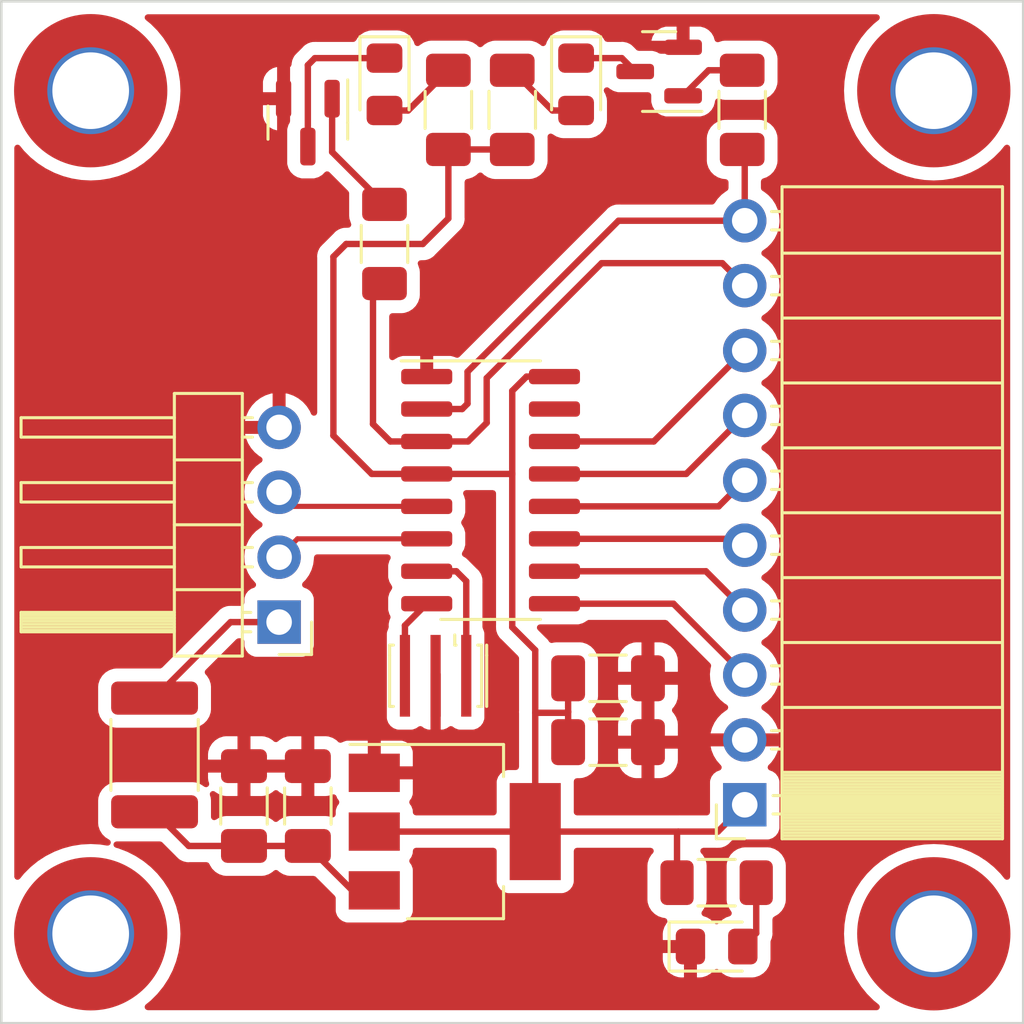
<source format=kicad_pcb>
(kicad_pcb (version 20211014) (generator pcbnew)
  (layers (0 "F.Cu" signal) (31 "B.Cu" signal) (34 "B.Paste" user) (35 "F.Paste" user) (36 "B.SilkS" user "B.Silkscreen") (37 "F.SilkS" user "F.Silkscreen") (38 "B.Mask" user) (39 "F.Mask" user) (44 "Edge.Cuts" user))
  (net 0 "")
  (net 1 "vUSB")
  (net 2 "GND")
  (net 3 "Net-(D1-Pad2)")
  (net 4 "Data+")
  (net 5 "Data-")
  (net 6 "/tx")
  (net 7 "/rx")
  (net 8 "/rts")
  (net 9 "/dtr")
  (net 10 "/dcd")
  (net 11 "/ri")
  (net 12 "/dsr")
  (net 13 "/cts")
  (net 14 "Net-(D2-Pad2)")
  (net 15 "Net-(D3-Pad1)")
  (net 16 "Net-(D3-Pad2)")
  (net 17 "Net-(D2-Pad1)")
  (net 18 "Net-(F1-Pad1)")
  (net 19 "Net-(Q1-Pad1)")
  (net 20 "Net-(Q2-Pad1)")
  (net 21 "3v3")
  (net 22 "Net-(U2-Pad7)")
  (net 23 "Net-(U2-Pad8)")
  (footprint "MountingHole:MountingHole_3mm_Pad_TopOnly" (layer "F.Cu") (at 111.5 86.5)
    (fp_text reference "H3" hide)
    (fp_text value "MountingHole" hide)
    (pad "1" connect circle (at 0 0) (size 6 6) (layers "F.Cu" "F.Mask"))
    (pad "1" thru_hole circle (at 0 0) (size 3.4 3.4) (drill 3) (layers *.Cu *.Mask))
  )
  (footprint "Package_SO:SOP-16_3.9x9.9mm_P1.27mm" (layer "F.Cu") (at 94.152458 69.13522)
    (fp_text reference "U2" hide)
    (fp_text value "CH340G" hide)
    (fp_line (start 0 5.06) (end -1.95 5.06) (layer "F.SilkS") (width 0.12))
    (fp_line (start 0 -5.06) (end 1.95 -5.06) (layer "F.SilkS") (width 0.12))
    (fp_line (start 0 5.06) (end 1.95 5.06) (layer "F.SilkS") (width 0.12))
    (fp_line (start 0 -5.06) (end -3.5 -5.06) (layer "F.SilkS") (width 0.12))
    (pad "1" smd roundrect (at -2.5 -4.445) (size 2 0.6) (layers "F.Cu" "F.Paste" "F.Mask") (net 2 "GND"))
    (pad "2" smd roundrect (at -2.5 -3.175) (size 2 0.6) (layers "F.Cu" "F.Paste" "F.Mask") (net 6 "/tx"))
    (pad "3" smd roundrect (at -2.5 -1.905) (size 2 0.6) (layers "F.Cu" "F.Paste" "F.Mask") (net 7 "/rx"))
    (pad "4" smd roundrect (at -2.5 -0.635) (size 2 0.6) (layers "F.Cu" "F.Paste" "F.Mask") (net 21 "3v3"))
    (pad "5" smd roundrect (at -2.5 0.635) (size 2 0.6) (layers "F.Cu" "F.Paste" "F.Mask") (net 4 "Data+"))
    (pad "6" smd roundrect (at -2.5 1.905) (size 2 0.6) (layers "F.Cu" "F.Paste" "F.Mask") (net 5 "Data-"))
    (pad "7" smd roundrect (at -2.5 3.175) (size 2 0.6) (layers "F.Cu" "F.Paste" "F.Mask") (net 22 "Net-(U2-Pad7)"))
    (pad "8" smd roundrect (at -2.5 4.445) (size 2 0.6) (layers "F.Cu" "F.Paste" "F.Mask") (net 23 "Net-(U2-Pad8)"))
    (pad "9" smd roundrect (at 2.5 4.445) (size 2 0.6) (layers "F.Cu" "F.Paste" "F.Mask") (net 13 "/cts"))
    (pad "10" smd roundrect (at 2.5 3.175) (size 2 0.6) (layers "F.Cu" "F.Paste" "F.Mask") (net 12 "/dsr"))
    (pad "11" smd roundrect (at 2.5 1.905) (size 2 0.6) (layers "F.Cu" "F.Paste" "F.Mask") (net 11 "/ri"))
    (pad "12" smd roundrect (at 2.5 0.635) (size 2 0.6) (layers "F.Cu" "F.Paste" "F.Mask") (net 10 "/dcd"))
    (pad "13" smd roundrect (at 2.5 -0.635) (size 2 0.6) (layers "F.Cu" "F.Paste" "F.Mask") (net 9 "/dtr"))
    (pad "14" smd roundrect (at 2.5 -1.905) (size 2 0.6) (layers "F.Cu" "F.Paste" "F.Mask") (net 8 "/rts"))
    (pad "15" smd roundrect (at 2.5 -3.175) (size 2 0.6) (layers "F.Cu" "F.Paste" "F.Mask"))
    (pad "16" smd roundrect (at 2.5 -4.445) (size 2 0.6) (layers "F.Cu" "F.Paste" "F.Mask") (net 21 "3v3"))
  )
  (footprint "Capacitor_SMD:C_1206_3216Metric_Pad1.33x1.80mm_HandSolder" (layer "F.Cu") (at 87 81.5 90)
    (fp_text reference "C2" hide)
    (fp_text value "10u" hide)
    (fp_line (start -0.711252 -0.91) (end 0.711252 -0.91) (layer "F.SilkS") (width 0.12))
    (fp_line (start -0.711252 0.91) (end 0.711252 0.91) (layer "F.SilkS") (width 0.12))
    (pad "1" smd roundrect (at -1.5625 0 90) (size 1.325 1.8) (layers "F.Cu" "F.Paste" "F.Mask") (roundrect_rratio 0.1886792453) (net 1 "vUSB"))
    (pad "2" smd roundrect (at 1.5625 0 90) (size 1.325 1.8) (layers "F.Cu" "F.Paste" "F.Mask") (roundrect_rratio 0.1886792453) (net 2 "GND"))
  )
  (footprint "Resistor_SMD:R_1206_3216Metric_Pad1.30x1.75mm_HandSolder" (layer "F.Cu") (at 90 59.5 90)
    (fp_text reference "R5" hide)
    (fp_text value "R" hide)
    (fp_line (start -0.727064 0.91) (end 0.727064 0.91) (layer "F.SilkS") (width 0.12))
    (fp_line (start -0.727064 -0.91) (end 0.727064 -0.91) (layer "F.SilkS") (width 0.12))
    (pad "1" smd roundrect (at -1.55 0 90) (size 1.3 1.75) (layers "F.Cu" "F.Paste" "F.Mask") (roundrect_rratio 0.1923076923) (net 7 "/rx"))
    (pad "2" smd roundrect (at 1.55 0 90) (size 1.3 1.75) (layers "F.Cu" "F.Paste" "F.Mask") (roundrect_rratio 0.1923076923) (net 20 "Net-(Q2-Pad1)"))
  )
  (footprint "MountingHole:MountingHole_3mm_Pad_TopOnly" (layer "F.Cu") (at 111.5 53.5)
    (fp_text reference "H4" hide)
    (fp_text value "MountingHole" hide)
    (pad "1" thru_hole circle (at 0 0) (size 3.4 3.4) (drill 3) (layers *.Cu *.Mask))
    (pad "1" connect circle (at 0 0) (size 6 6) (layers "F.Cu" "F.Mask"))
  )
  (footprint "Resistor_SMD:R_1206_3216Metric_Pad1.30x1.75mm_HandSolder" (layer "F.Cu") (at 95 54.25 -90)
    (fp_text reference "R2" hide)
    (fp_text value "R" hide)
    (fp_line (start -0.727064 0.91) (end 0.727064 0.91) (layer "F.SilkS") (width 0.12))
    (fp_line (start -0.727064 -0.91) (end 0.727064 -0.91) (layer "F.SilkS") (width 0.12))
    (pad "1" smd roundrect (at -1.55 0 270) (size 1.3 1.75) (layers "F.Cu" "F.Paste" "F.Mask") (roundrect_rratio 0.1923076923) (net 14 "Net-(D2-Pad2)"))
    (pad "2" smd roundrect (at 1.55 0 270) (size 1.3 1.75) (layers "F.Cu" "F.Paste" "F.Mask") (roundrect_rratio 0.1923076923) (net 21 "3v3"))
  )
  (footprint "Connector_PinHeader_2.54mm:PinHeader_1x04_P2.54mm_Horizontal" (layer "F.Cu") (at 85.875 74.3 180)
    (fp_text reference "J1" hide)
    (fp_text value "USB")
    (fp_line (start 1.042929 8) (end 1.44 8) (layer "F.SilkS") (width 0.12))
    (fp_line (start -1.27 0) (end -1.27 -1.27) (layer "F.SilkS") (width 0.12))
    (fp_line (start 4.1 2.16) (end 10.1 2.16) (layer "F.SilkS") (width 0.12))
    (fp_line (start 4.1 0.16) (end 10.1 0.16) (layer "F.SilkS") (width 0.12))
    (fp_line (start 1.042929 5.46) (end 1.44 5.46) (layer "F.SilkS") (width 0.12))
    (fp_line (start 10.1 0.38) (end 4.1 0.38) (layer "F.SilkS") (width 0.12))
    (fp_line (start 10.1 -0.38) (end 10.1 0.38) (layer "F.SilkS") (width 0.12))
    (fp_line (start 10.1 2.92) (end 4.1 2.92) (layer "F.SilkS") (width 0.12))
    (fp_line (start 1.44 8.95) (end 4.1 8.95) (layer "F.SilkS") (width 0.12))
    (fp_line (start 1.44 3.81) (end 4.1 3.81) (layer "F.SilkS") (width 0.12))
    (fp_line (start 4.1 -1.33) (end 1.44 -1.33) (layer "F.SilkS") (width 0.12))
    (fp_line (start 4.1 -0.38) (end 10.1 -0.38) (layer "F.SilkS") (width 0.12))
    (fp_line (start 4.1 -0.32) (end 10.1 -0.32) (layer "F.SilkS") (width 0.12))
    (fp_line (start 10.1 5.46) (end 4.1 5.46) (layer "F.SilkS") (width 0.12))
    (fp_line (start 10.1 8) (end 4.1 8) (layer "F.SilkS") (width 0.12))
    (fp_line (start 1.042929 4.7) (end 1.44 4.7) (layer "F.SilkS") (width 0.12))
    (fp_line (start 10.1 2.16) (end 10.1 2.92) (layer "F.SilkS") (width 0.12))
    (fp_line (start 4.1 7.24) (end 10.1 7.24) (layer "F.SilkS") (width 0.12))
    (fp_line (start 1.44 -1.33) (end 1.44 8.95) (layer "F.SilkS") (width 0.12))
    (fp_line (start 1.11 0.38) (end 1.44 0.38) (layer "F.SilkS") (width 0.12))
    (fp_line (start 1.11 -0.38) (end 1.44 -0.38) (layer "F.SilkS") (width 0.12))
    (fp_line (start 1.44 6.35) (end 4.1 6.35) (layer "F.SilkS") (width 0.12))
    (fp_line (start -1.27 -1.27) (end 0 -1.27) (layer "F.SilkS") (width 0.12))
    (fp_line (start 1.042929 2.92) (end 1.44 2.92) (layer "F.SilkS") (width 0.12))
    (fp_line (start 4.1 0.28) (end 10.1 0.28) (layer "F.SilkS") (width 0.12))
    (fp_line (start 4.1 8.95) (end 4.1 -1.33) (layer "F.SilkS") (width 0.12))
    (fp_line (start 1.44 1.27) (end 4.1 1.27) (layer "F.SilkS") (width 0.12))
    (fp_line (start 1.042929 2.16) (end 1.44 2.16) (layer "F.SilkS") (width 0.12))
    (fp_line (start 4.1 0.04) (end 10.1 0.04) (layer "F.SilkS") (width 0.12))
    (fp_line (start 1.042929 7.24) (end 1.44 7.24) (layer "F.SilkS") (width 0.12))
    (fp_line (start 4.1 4.7) (end 10.1 4.7) (layer "F.SilkS") (width 0.12))
    (fp_line (start 4.1 -0.2) (end 10.1 -0.2) (layer "F.SilkS") (width 0.12))
    (fp_line (start 4.1 -0.08) (end 10.1 -0.08) (layer "F.SilkS") (width 0.12))
    (fp_line (start 10.1 7.24) (end 10.1 8) (layer "F.SilkS") (width 0.12))
    (fp_line (start 10.1 4.7) (end 10.1 5.46) (layer "F.SilkS") (width 0.12))
    (pad "1" thru_hole rect (at 0 0 180) (size 1.7 1.7) (drill 1) (layers *.Cu *.Mask) (net 18 "Net-(F1-Pad1)"))
    (pad "2" thru_hole oval (at 0 2.54 180) (size 1.7 1.7) (drill 1) (layers *.Cu *.Mask) (net 5 "Data-"))
    (pad "3" thru_hole oval (at 0 5.08 180) (size 1.7 1.7) (drill 1) (layers *.Cu *.Mask) (net 4 "Data+"))
    (pad "4" thru_hole oval (at 0 7.62 180) (size 1.7 1.7) (drill 1) (layers *.Cu *.Mask) (net 2 "GND"))
  )
  (footprint "Package_TO_SOT_SMD:SOT-23" (layer "F.Cu") (at 100.75 52.75 180)
    (fp_text reference "Q1" hide)
    (fp_text value "BC847" hide)
    (fp_line (start 0 1.56) (end -0.65 1.56) (layer "F.SilkS") (width 0.12))
    (fp_line (start 0 1.56) (end 0.65 1.56) (layer "F.SilkS") (width 0.12))
    (fp_line (start 0 -1.56) (end -1.675 -1.56) (layer "F.SilkS") (width 0.12))
    (fp_line (start 0 -1.56) (end 0.65 -1.56) (layer "F.SilkS") (width 0.12))
    (pad "1" smd roundrect (at -0.9375 -0.95 180) (size 1.475 0.6) (layers "F.Cu" "F.Paste" "F.Mask") (net 19 "Net-(Q1-Pad1)"))
    (pad "2" smd roundrect (at -0.9375 0.95 180) (size 1.475 0.6) (layers "F.Cu" "F.Paste" "F.Mask") (net 2 "GND"))
    (pad "3" smd roundrect (at 0.9375 0 180) (size 1.475 0.6) (layers "F.Cu" "F.Paste" "F.Mask") (net 17 "Net-(D2-Pad1)"))
  )
  (footprint "MountingHole:MountingHole_3mm_Pad_TopOnly" (layer "F.Cu") (at 78.5 86.5)
    (fp_text reference "H2" hide)
    (fp_text value "MountingHole" hide)
    (pad "1" connect circle (at 0 0) (size 6 6) (layers "F.Cu" "F.Mask"))
    (pad "1" thru_hole circle (at 0 0) (size 3.4 3.4) (drill 3) (layers *.Cu *.Mask))
  )
  (footprint "Resistor_SMD:R_1206_3216Metric_Pad1.30x1.75mm_HandSolder" (layer "F.Cu") (at 92.5 54.25 -90)
    (fp_text reference "R4" hide)
    (fp_text value "R" hide)
    (fp_line (start -0.727064 0.91) (end 0.727064 0.91) (layer "F.SilkS") (width 0.12))
    (fp_line (start -0.727064 -0.91) (end 0.727064 -0.91) (layer "F.SilkS") (width 0.12))
    (pad "1" smd roundrect (at -1.55 0 270) (size 1.3 1.75) (layers "F.Cu" "F.Paste" "F.Mask") (roundrect_rratio 0.1923076923) (net 16 "Net-(D3-Pad2)"))
    (pad "2" smd roundrect (at 1.55 0 270) (size 1.3 1.75) (layers "F.Cu" "F.Paste" "F.Mask") (roundrect_rratio 0.1923076923) (net 21 "3v3"))
  )
  (footprint "Resistor_SMD:R_1206_3216Metric_Pad1.30x1.75mm_HandSolder" (layer "F.Cu") (at 104 54.25 90)
    (fp_text reference "R3" hide)
    (fp_text value "R" hide)
    (fp_line (start -0.727064 -0.91) (end 0.727064 -0.91) (layer "F.SilkS") (width 0.12))
    (fp_line (start -0.727064 0.91) (end 0.727064 0.91) (layer "F.SilkS") (width 0.12))
    (pad "1" smd roundrect (at -1.55 0 90) (size 1.3 1.75) (layers "F.Cu" "F.Paste" "F.Mask") (roundrect_rratio 0.1923076923) (net 6 "/tx"))
    (pad "2" smd roundrect (at 1.55 0 90) (size 1.3 1.75) (layers "F.Cu" "F.Paste" "F.Mask") (roundrect_rratio 0.1923076923) (net 19 "Net-(Q1-Pad1)"))
  )
  (footprint "MountingHole:MountingHole_3mm_Pad_TopOnly" (layer "F.Cu") (at 78.5 53.5)
    (fp_text reference "H1" hide)
    (fp_text value "MountingHole" hide)
    (pad "1" thru_hole circle (at 0 0) (size 3.4 3.4) (drill 3) (layers *.Cu *.Mask))
    (pad "1" connect circle (at 0 0) (size 6 6) (layers "F.Cu" "F.Mask"))
  )
  (footprint "Crystal:Resonator_SMD_Murata_CSTxExxV-3Pin_3.0x1.1mm_HandSoldering" (layer "F.Cu") (at 92 76.401215 180)
    (fp_text reference "Y1" hide)
    (fp_text value "12MHz")
    (fp_line (start 1.8 0.8) (end 1.8 1.2) (layer "F.SilkS") (width 0.12))
    (fp_line (start -1.8 0.8) (end -1.8 1.2) (layer "F.SilkS") (width 0.12))
    (fp_line (start -2 0.8) (end -2 1.2) (layer "F.SilkS") (width 0.12))
    (fp_line (start -0.75 1.2) (end -0.8 1.2) (layer "F.SilkS") (width 0.12))
    (fp_line (start -0.75 1.2) (end -0.75 1.6) (layer "F.SilkS") (width 0.12))
    (fp_line (start -2 -1.2) (end -2 0.8) (layer "F.SilkS") (width 0.12))
    (fp_line (start 1.8 -1.2) (end 1.65 -1.2) (layer "F.SilkS") (width 0.12))
    (fp_line (start -1.8 1.2) (end -1.65 1.2) (layer "F.SilkS") (width 0.12))
    (fp_line (start -1.8 -1.2) (end -1.65 -1.2) (layer "F.SilkS") (width 0.12))
    (fp_line (start -1.8 0.8) (end -1.8 -1.2) (layer "F.SilkS") (width 0.12))
    (fp_line (start 1.8 -1.2) (end 1.8 0.8) (layer "F.SilkS") (width 0.12))
    (fp_line (start 1.8 1.2) (end 1.65 1.2) (layer "F.SilkS") (width 0.12))
    (pad "1" smd rect (at -1.2 0 180) (size 0.4 3.2) (layers "F.Cu" "F.Paste" "F.Mask") (net 22 "Net-(U2-Pad7)"))
    (pad "2" smd rect (at 0 0 180) (size 0.4 3.2) (layers "F.Cu" "F.Paste" "F.Mask") (net 2 "GND"))
    (pad "3" smd rect (at 1.2 0 180) (size 0.4 3.2) (layers "F.Cu" "F.Paste" "F.Mask") (net 23 "Net-(U2-Pad8)"))
  )
  (footprint "Resistor_SMD:R_1206_3216Metric_Pad1.30x1.75mm_HandSolder" (layer "F.Cu") (at 103 84.5)
    (fp_text reference "R1" hide)
    (fp_text value "R" hide)
    (fp_line (start -0.727064 -0.91) (end 0.727064 -0.91) (layer "F.SilkS") (width 0.12))
    (fp_line (start -0.727064 0.91) (end 0.727064 0.91) (layer "F.SilkS") (width 0.12))
    (pad "1" smd roundrect (at -1.55 0) (size 1.3 1.75) (layers "F.Cu" "F.Paste" "F.Mask") (roundrect_rratio 0.1923076923) (net 21 "3v3"))
    (pad "2" smd roundrect (at 1.55 0) (size 1.3 1.75) (layers "F.Cu" "F.Paste" "F.Mask") (roundrect_rratio 0.1923076923) (net 3 "Net-(D1-Pad2)"))
  )
  (footprint "LED_SMD:LED_0805_2012Metric_Pad1.15x1.40mm_HandSolder" (layer "F.Cu") (at 97.5 53.25 -90)
    (fp_text reference "D2" hide)
    (fp_text value "LED" hide)
    (fp_line (start -1.86 0.96) (end 1 0.96) (layer "F.SilkS") (width 0.12))
    (fp_line (start 1 -0.96) (end -1.86 -0.96) (layer "F.SilkS") (width 0.12))
    (fp_line (start -1.86 -0.96) (end -1.86 0.96) (layer "F.SilkS") (width 0.12))
    (pad "1" smd roundrect (at -1.025 0 270) (size 1.15 1.4) (layers "F.Cu" "F.Paste" "F.Mask") (roundrect_rratio 0.2173913043) (net 17 "Net-(D2-Pad1)"))
    (pad "2" smd roundrect (at 1.025 0 270) (size 1.15 1.4) (layers "F.Cu" "F.Paste" "F.Mask") (roundrect_rratio 0.2173913043) (net 14 "Net-(D2-Pad2)"))
  )
  (footprint "LED_SMD:LED_0805_2012Metric_Pad1.15x1.40mm_HandSolder" (layer "F.Cu") (at 103 87)
    (fp_text reference "D1" hide)
    (fp_text value "LED" hide)
    (fp_line (start -1.86 -0.96) (end -1.86 0.96) (layer "F.SilkS") (width 0.12))
    (fp_line (start 1 -0.96) (end -1.86 -0.96) (layer "F.SilkS") (width 0.12))
    (fp_line (start -1.86 0.96) (end 1 0.96) (layer "F.SilkS") (width 0.12))
    (pad "1" smd roundrect (at -1.025 0) (size 1.15 1.4) (layers "F.Cu" "F.Paste" "F.Mask") (roundrect_rratio 0.2173913043) (net 2 "GND"))
    (pad "2" smd roundrect (at 1.025 0) (size 1.15 1.4) (layers "F.Cu" "F.Paste" "F.Mask") (roundrect_rratio 0.2173913043) (net 3 "Net-(D1-Pad2)"))
  )
  (footprint "Capacitor_SMD:C_1206_3216Metric_Pad1.33x1.80mm_HandSolder" (layer "F.Cu") (at 98.75 79)
    (fp_text reference "C4" hide)
    (fp_text value "10u" hide)
    (fp_line (start -0.711252 -0.91) (end 0.711252 -0.91) (layer "F.SilkS") (width 0.12))
    (fp_line (start -0.711252 0.91) (end 0.711252 0.91) (layer "F.SilkS") (width 0.12))
    (pad "1" smd roundrect (at -1.5625 0) (size 1.325 1.8) (layers "F.Cu" "F.Paste" "F.Mask") (roundrect_rratio 0.1886792453) (net 21 "3v3"))
    (pad "2" smd roundrect (at 1.5625 0) (size 1.325 1.8) (layers "F.Cu" "F.Paste" "F.Mask") (roundrect_rratio 0.1886792453) (net 2 "GND"))
  )
  (footprint "Package_TO_SOT_SMD:SOT-23" (layer "F.Cu") (at 87 54.75 -90)
    (fp_text reference "Q2" hide)
    (fp_text value "BC847" hide)
    (fp_line (start 0 -1.56) (end -1.675 -1.56) (layer "F.SilkS") (width 0.12))
    (fp_line (start 0 -1.56) (end 0.65 -1.56) (layer "F.SilkS") (width 0.12))
    (fp_line (start 0 1.56) (end 0.65 1.56) (layer "F.SilkS") (width 0.12))
    (fp_line (start 0 1.56) (end -0.65 1.56) (layer "F.SilkS") (width 0.12))
    (pad "1" smd roundrect (at -0.9375 -0.95 270) (size 1.475 0.6) (layers "F.Cu" "F.Paste" "F.Mask") (net 20 "Net-(Q2-Pad1)"))
    (pad "2" smd roundrect (at -0.9375 0.95 270) (size 1.475 0.6) (layers "F.Cu" "F.Paste" "F.Mask") (net 2 "GND"))
    (pad "3" smd roundrect (at 0.9375 0 270) (size 1.475 0.6) (layers "F.Cu" "F.Paste" "F.Mask") (net 15 "Net-(D3-Pad1)"))
  )
  (footprint "LED_SMD:LED_0805_2012Metric_Pad1.15x1.40mm_HandSolder" (layer "F.Cu") (at 90 53.25 -90)
    (fp_text reference "D3" hide)
    (fp_text value "LED" hide)
    (fp_line (start 1 -0.96) (end -1.86 -0.96) (layer "F.SilkS") (width 0.12))
    (fp_line (start -1.86 -0.96) (end -1.86 0.96) (layer "F.SilkS") (width 0.12))
    (fp_line (start -1.86 0.96) (end 1 0.96) (layer "F.SilkS") (width 0.12))
    (pad "1" smd roundrect (at -1.025 0 270) (size 1.15 1.4) (layers "F.Cu" "F.Paste" "F.Mask") (roundrect_rratio 0.2173913043) (net 15 "Net-(D3-Pad1)"))
    (pad "2" smd roundrect (at 1.025 0 270) (size 1.15 1.4) (layers "F.Cu" "F.Paste" "F.Mask") (roundrect_rratio 0.2173913043) (net 16 "Net-(D3-Pad2)"))
  )
  (footprint "Connector_PinSocket_2.54mm:PinSocket_1x10_P2.54mm_Horizontal" (layer "F.Cu") (at 104.1 81.45 180)
    (fp_text reference "J2" hide)
    (fp_text value "USART out" hide)
    (fp_line (start -10.09 0.561425) (end -1.46 0.561425) (layer "F.SilkS") (width 0.12))
    (fp_line (start -1.46 18.14) (end -1.05 18.14) (layer "F.SilkS") (width 0.12))
    (fp_line (start -10.09 0.797615) (end -1.46 0.797615) (layer "F.SilkS") (width 0.12))
    (fp_line (start -10.09 0.089045) (end -1.46 0.089045) (layer "F.SilkS") (width 0.12))
    (fp_line (start -10.09 0.91571) (end -1.46 0.91571) (layer "F.SilkS") (width 0.12))
    (fp_line (start -10.09 21.59) (end -1.46 21.59) (layer "F.SilkS") (width 0.12))
    (fp_line (start -1.46 -0.36) (end -1.11 -0.36) (layer "F.SilkS") (width 0.12))
    (fp_line (start -1.46 23.22) (end -1.05 23.22) (layer "F.SilkS") (width 0.12))
    (fp_line (start -1.46 2.9) (end -1.05 2.9) (layer "F.SilkS") (width 0.12))
    (fp_line (start -10.09 -0.02905) (end -1.46 -0.02905) (layer "F.SilkS") (width 0.12))
    (fp_line (start -10.09 19.05) (end -1.46 19.05) (layer "F.SilkS") (width 0.12))
    (fp_line (start -10.09 -1.091905) (end -1.46 -1.091905) (layer "F.SilkS") (width 0.12))
    (fp_line (start -10.09 -0.73762) (end -1.46 -0.73762) (layer "F.SilkS") (width 0.12))
    (fp_line (start -1.46 22.5) (end -1.05 22.5) (layer "F.SilkS") (width 0.12))
    (fp_line (start -1.46 14.88) (end -1.05 14.88) (layer "F.SilkS") (width 0.12))
    (fp_line (start -10.09 24.19) (end -1.46 24.19) (layer "F.SilkS") (width 0.12))
    (fp_line (start -10.09 3.81) (end -1.46 3.81) (layer "F.SilkS") (width 0.12))
    (fp_line (start -10.09 0.67952) (end -1.46 0.67952) (layer "F.SilkS") (width 0.12))
    (fp_line (start -1.46 2.18) (end -1.05 2.18) (layer "F.SilkS") (width 0.12))
    (fp_line (start -10.09 8.89) (end -1.46 8.89) (layer "F.SilkS") (width 0.12))
    (fp_line (start -10.09 1.1519) (end -1.46 1.1519) (layer "F.SilkS") (width 0.12))
    (fp_line (start -1.46 15.6) (end -1.05 15.6) (layer "F.SilkS") (width 0.12))
    (fp_line (start -10.09 -0.97381) (end -1.46 -0.97381) (layer "F.SilkS") (width 0.12))
    (fp_line (start -1.46 -1.33) (end -1.46 24.19) (layer "F.SilkS") (width 0.12))
    (fp_line (start -10.09 -0.619525) (end -1.46 -0.619525) (layer "F.SilkS") (width 0.12))
    (fp_line (start -10.09 -0.50143) (end -1.46 -0.50143) (layer "F.SilkS") (width 0.12))
    (fp_line (start 1.11 -1.33) (end 1.11 0) (layer "F.SilkS") (width 0.12))
    (fp_line (start -10.09 1.27) (end -1.46 1.27) (layer "F.SilkS") (width 0.12))
    (fp_line (start -10.09 0.44333) (end -1.46 0.44333) (layer "F.SilkS") (width 0.12))
    (fp_line (start -10.09 -0.147145) (end -1.46 -0.147145) (layer "F.SilkS") (width 0.12))
    (fp_line (start -1.46 7.98) (end -1.05 7.98) (layer "F.SilkS") (width 0.12))
    (fp_line (start -1.46 4.72) (end -1.05 4.72) (layer "F.SilkS") (width 0.12))
    (fp_line (start -1.46 7.26) (end -1.05 7.26) (layer "F.SilkS") (width 0.12))
    (fp_line (start -10.09 11.43) (end -1.46 11.43) (layer "F.SilkS") (width 0.12))
    (fp_line (start -1.46 17.42) (end -1.05 17.42) (layer "F.SilkS") (width 0.12))
    (fp_line (start -1.46 9.8) (end -1.05 9.8) (layer "F.SilkS") (width 0.12))
    (fp_line (start -1.46 0.36) (end -1.11 0.36) (layer "F.SilkS") (width 0.12))
    (fp_line (start -10.09 -1.33) (end -10.09 24.19) (layer "F.SilkS") (width 0.12))
    (fp_line (start -10.09 0.20714) (end -1.46 0.20714) (layer "F.SilkS") (width 0.12))
    (fp_line (start -10.09 16.51) (end -1.46 16.51) (layer "F.SilkS") (width 0.12))
    (fp_line (start -10.09 0.325235) (end -1.46 0.325235) (layer "F.SilkS") (width 0.12))
    (fp_line (start -10.09 13.97) (end -1.46 13.97) (layer "F.SilkS") (width 0.12))
    (fp_line (start -1.46 19.96) (end -1.05 19.96) (layer "F.SilkS") (width 0.12))
    (fp_line (start -1.46 20.68) (end -1.05 20.68) (layer "F.SilkS") (width 0.12))
    (fp_line (start -10.09 6.35) (end -1.46 6.35) (layer "F.SilkS") (width 0.12))
    (fp_line (start -10.09 1.033805) (end -1.46 1.033805) (layer "F.SilkS") (width 0.12))
    (fp_line (start -10.09 -0.383335) (end -1.46 -0.383335) (layer "F.SilkS") (width 0.12))
    (fp_line (start -1.46 13.06) (end -1.05 13.06) (layer "F.SilkS") (width 0.12))
    (fp_line (start -10.09 -1.21) (end -1.46 -1.21) (layer "F.SilkS") (width 0.12))
    (fp_line (start -1.46 5.44) (end -1.05 5.44) (layer "F.SilkS") (width 0.12))
    (fp_line (start -10.09 -1.33) (end -1.46 -1.33) (layer "F.SilkS") (width 0.12))
    (fp_line (start -10.09 -0.26524) (end -1.46 -0.26524) (layer "F.SilkS") (width 0.12))
    (fp_line (start -10.09 -0.855715) (end -1.46 -0.855715) (layer "F.SilkS") (width 0.12))
    (fp_line (start -1.46 12.34) (end -1.05 12.34) (layer "F.SilkS") (width 0.12))
    (fp_line (start 0 -1.33) (end 1.11 -1.33) (layer "F.SilkS") (width 0.12))
    (fp_line (start -1.46 10.52) (end -1.05 10.52) (layer "F.SilkS") (width 0.12))
    (pad "1" thru_hole rect (at 0 0 180) (size 1.7 1.7) (drill 1) (layers *.Cu *.Mask) (net 21 "3v3"))
    (pad "2" thru_hole oval (at 0 2.54 180) (size 1.7 1.7) (drill 1) (layers *.Cu *.Mask) (net 2 "GND"))
    (pad "3" thru_hole oval (at 0 5.08 180) (size 1.7 1.7) (drill 1) (layers *.Cu *.Mask) (net 13 "/cts"))
    (pad "4" thru_hole oval (at 0 7.62 180) (size 1.7 1.7) (drill 1) (layers *.Cu *.Mask) (net 12 "/dsr"))
    (pad "5" thru_hole oval (at 0 10.16 180) (size 1.7 1.7) (drill 1) (layers *.Cu *.Mask) (net 11 "/ri"))
    (pad "6" thru_hole oval (at 0 12.7 180) (size 1.7 1.7) (drill 1) (layers *.Cu *.Mask) (net 10 "/dcd"))
    (pad "7" thru_hole oval (at 0 15.24 180) (size 1.7 1.7) (drill 1) (layers *.Cu *.Mask) (net 9 "/dtr"))
    (pad "8" thru_hole oval (at 0 17.78 180) (size 1.7 1.7) (drill 1) (layers *.Cu *.Mask) (net 8 "/rts"))
    (pad "9" thru_hole oval (at 0 20.32 180) (size 1.7 1.7) (drill 1) (layers *.Cu *.Mask) (net 7 "/rx"))
    (pad "10" thru_hole oval (at 0 22.86 180) (size 1.7 1.7) (drill 1) (layers *.Cu *.Mask) (net 6 "/tx"))
  )
  (footprint "Package_TO_SOT_SMD:SOT-223-3_TabPin2" (layer "F.Cu") (at 92.75 82.5)
    (fp_text reference "U1" hide)
    (fp_text value "AMS1117-3.3" hide)
    (fp_line (start 1.91 3.41) (end 1.91 2.15) (layer "F.SilkS") (width 0.12))
    (fp_line (start -1.85 3.41) (end 1.91 3.41) (layer "F.SilkS") (width 0.12))
    (fp_line (start -4.1 -3.41) (end 1.91 -3.41) (layer "F.SilkS") (width 0.12))
    (fp_line (start 1.91 -3.41) (end 1.91 -2.15) (layer "F.SilkS") (width 0.12))
    (pad "1" smd rect (at -3.15 -2.3) (size 2 1.5) (layers "F.Cu" "F.Paste" "F.Mask") (net 2 "GND"))
    (pad "2" smd rect (at -3.15 0) (size 2 1.5) (layers "F.Cu" "F.Paste" "F.Mask") (net 21 "3v3"))
    (pad "2" smd rect (at 3.15 0) (size 2 3.8) (layers "F.Cu" "F.Paste" "F.Mask") (net 21 "3v3"))
    (pad "3" smd rect (at -3.15 2.3) (size 2 1.5) (layers "F.Cu" "F.Paste" "F.Mask") (net 1 "vUSB"))
  )
  (footprint "Fuse:Fuse_1812_4532Metric_Pad1.30x3.40mm_HandSolder" (layer "F.Cu") (at 81 79.5 -90)
    (fp_text reference "F1" hide)
    (fp_text value "Fuse" hide)
    (fp_line (start -1.386252 -1.71) (end 1.386252 -1.71) (layer "F.SilkS") (width 0.12))
    (fp_line (start -1.386252 1.71) (end 1.386252 1.71) (layer "F.SilkS") (width 0.12))
    (pad "1" smd roundrect (at -2.225 0 270) (size 1.3 3.4) (layers "F.Cu" "F.Paste" "F.Mask") (roundrect_rratio 0.1923076923) (net 18 "Net-(F1-Pad1)"))
    (pad "2" smd roundrect (at 2.225 0 270) (size 1.3 3.4) (layers "F.Cu" "F.Paste" "F.Mask") (roundrect_rratio 0.1923076923) (net 1 "vUSB"))
  )
  (footprint "Capacitor_SMD:C_1206_3216Metric_Pad1.33x1.80mm_HandSolder" (layer "F.Cu") (at 98.75 76.5)
    (fp_text reference "C3" hide)
    (fp_text value "100n" hide)
    (fp_line (start -0.711252 -0.91) (end 0.711252 -0.91) (layer "F.SilkS") (width 0.12))
    (fp_line (start -0.711252 0.91) (end 0.711252 0.91) (layer "F.SilkS") (width 0.12))
    (pad "1" smd roundrect (at -1.5625 0) (size 1.325 1.8) (layers "F.Cu" "F.Paste" "F.Mask") (roundrect_rratio 0.1886792453) (net 21 "3v3"))
    (pad "2" smd roundrect (at 1.5625 0) (size 1.325 1.8) (layers "F.Cu" "F.Paste" "F.Mask") (roundrect_rratio 0.1886792453) (net 2 "GND"))
  )
  (footprint "Capacitor_SMD:C_1206_3216Metric_Pad1.33x1.80mm_HandSolder" (layer "F.Cu") (at 84.5 81.5 90)
    (fp_text reference "C1" hide)
    (fp_text value "100n" hide)
    (fp_line (start -0.711252 -0.91) (end 0.711252 -0.91) (layer "F.SilkS") (width 0.12))
    (fp_line (start -0.711252 0.91) (end 0.711252 0.91) (layer "F.SilkS") (width 0.12))
    (pad "1" smd roundrect (at -1.5625 0 90) (size 1.325 1.8) (layers "F.Cu" "F.Paste" "F.Mask") (roundrect_rratio 0.1886792453) (net 1 "vUSB"))
    (pad "2" smd roundrect (at 1.5625 0 90) (size 1.325 1.8) (layers "F.Cu" "F.Paste" "F.Mask") (roundrect_rratio 0.1886792453) (net 2 "GND"))
  )
  (gr_line (start 75 90) (end 115 90) (layer "Edge.Cuts") (width 0.1))
  (gr_line (start 75 50) (end 115 50) (layer "Edge.Cuts") (width 0.1))
  (gr_line (start 115 50) (end 115 90) (layer "Edge.Cuts") (width 0.1))
  (gr_line (start 75 50) (end 75 90) (layer "Edge.Cuts") (width 0.1))
  (segment (start 81 81.725) (end 82.3375 83.0625) (width 0.25) (layer "F.Cu") (net 1))
  (segment (start 88.7375 84.8) (end 89.6 84.8) (width 0.25) (layer "F.Cu") (net 1))
  (segment (start 87 83.0625) (end 88.7375 84.8) (width 0.25) (layer "F.Cu") (net 1))
  (segment (start 84.5 83.0625) (end 87 83.0625) (width 0.25) (layer "F.Cu") (net 1))
  (segment (start 82.3375 83.0625) (end 84.5 83.0625) (width 0.25) (layer "F.Cu") (net 1))
  (segment (start 104.55 86.475) (end 104.55 84.5) (width 0.25) (layer "F.Cu") (net 3))
  (segment (start 104.025 87) (end 104.55 86.475) (width 0.25) (layer "F.Cu") (net 3))
  (segment (start 86.42522 69.77022) (end 91.652458 69.77022) (width 0.2) (layer "F.Cu") (net 4))
  (segment (start 85.875 69.22) (end 86.42522 69.77022) (width 0.2) (layer "F.Cu") (net 4))
  (segment (start 85.875 71.76) (end 86.59478 71.04022) (width 0.2) (layer "F.Cu") (net 5))
  (segment (start 86.59478 71.04022) (end 91.652458 71.04022) (width 0.2) (layer "F.Cu") (net 5))
  (segment (start 93.25 64.5) (end 99.16 58.59) (width 0.25) (layer "F.Cu") (net 6))
  (segment (start 104.1 58.59) (end 104.1 55.9) (width 0.25) (layer "F.Cu") (net 6))
  (segment (start 104.1 55.9) (end 104 55.8) (width 0.25) (layer "F.Cu") (net 6))
  (segment (start 99.16 58.59) (end 104.1 58.59) (width 0.25) (layer "F.Cu") (net 6))
  (segment (start 93.25 65.75) (end 93.25 64.5) (width 0.25) (layer "F.Cu") (net 6))
  (segment (start 93.03978 65.96022) (end 93.25 65.75) (width 0.25) (layer "F.Cu") (net 6))
  (segment (start 91.652458 65.96022) (end 93.03978 65.96022) (width 0.25) (layer "F.Cu") (net 6))
  (segment (start 91.652458 67.23022) (end 93.26978 67.23022) (width 0.25) (layer "F.Cu") (net 7))
  (segment (start 89.55 66.55) (end 90.23022 67.23022) (width 0.25) (layer "F.Cu") (net 7))
  (segment (start 98.5 60.25) (end 103.22 60.25) (width 0.25) (layer "F.Cu") (net 7))
  (segment (start 94 64.75) (end 98.5 60.25) (width 0.25) (layer "F.Cu") (net 7))
  (segment (start 103.22 60.25) (end 104.1 61.13) (width 0.25) (layer "F.Cu") (net 7))
  (segment (start 90.23022 67.23022) (end 91.652458 67.23022) (width 0.25) (layer "F.Cu") (net 7))
  (segment (start 90 61.05) (end 89.55 61.5) (width 0.25) (layer "F.Cu") (net 7))
  (segment (start 93.26978 67.23022) (end 94 66.5) (width 0.25) (layer "F.Cu") (net 7))
  (segment (start 94 66.5) (end 94 64.75) (width 0.25) (layer "F.Cu") (net 7))
  (segment (start 89.55 61.5) (end 89.55 66.55) (width 0.25) (layer "F.Cu") (net 7))
  (segment (start 96.652458 67.23022) (end 100.53978 67.23022) (width 0.25) (layer "F.Cu") (net 8))
  (segment (start 100.53978 67.23022) (end 104.1 63.67) (width 0.25) (layer "F.Cu") (net 8))
  (segment (start 96.652458 68.50022) (end 101.80978 68.50022) (width 0.25) (layer "F.Cu") (net 9))
  (segment (start 101.80978 68.50022) (end 104.1 66.21) (width 0.25) (layer "F.Cu") (net 9))
  (segment (start 96.652458 69.77022) (end 103.07978 69.77022) (width 0.25) (layer "F.Cu") (net 10))
  (segment (start 103.07978 69.77022) (end 104.1 68.75) (width 0.25) (layer "F.Cu") (net 10))
  (segment (start 96.652458 71.04022) (end 103.85022 71.04022) (width 0.25) (layer "F.Cu") (net 11))
  (segment (start 103.85022 71.04022) (end 104.1 71.29) (width 0.25) (layer "F.Cu") (net 11))
  (segment (start 102.58022 72.31022) (end 104.1 73.83) (width 0.25) (layer "F.Cu") (net 12))
  (segment (start 96.652458 72.31022) (end 102.58022 72.31022) (width 0.25) (layer "F.Cu") (net 12))
  (segment (start 101.31022 73.58022) (end 104.1 76.37) (width 0.25) (layer "F.Cu") (net 13))
  (segment (start 96.652458 73.58022) (end 101.31022 73.58022) (width 0.25) (layer "F.Cu") (net 13))
  (segment (start 96.575 54.275) (end 97.5 54.275) (width 0.25) (layer "F.Cu") (net 14))
  (segment (start 95 52.7) (end 96.575 54.275) (width 0.25) (layer "F.Cu") (net 14))
  (segment (start 87 52.5) (end 87.275 52.225) (width 0.25) (layer "F.Cu") (net 15))
  (segment (start 87 55.6875) (end 87 52.5) (width 0.25) (layer "F.Cu") (net 15))
  (segment (start 87.275 52.225) (end 90 52.225) (width 0.25) (layer "F.Cu") (net 15))
  (segment (start 90.925 54.275) (end 92.5 52.7) (width 0.25) (layer "F.Cu") (net 16))
  (segment (start 90 54.275) (end 90.925 54.275) (width 0.25) (layer "F.Cu") (net 16))
  (segment (start 99.2875 52.225) (end 99.8125 52.75) (width 0.25) (layer "F.Cu") (net 17))
  (segment (start 97.5 52.225) (end 99.2875 52.225) (width 0.25) (layer "F.Cu") (net 17))
  (segment (start 81 77.275) (end 83.975 74.3) (width 0.25) (layer "F.Cu") (net 18))
  (segment (start 83.975 74.3) (end 85.875 74.3) (width 0.25) (layer "F.Cu") (net 18))
  (segment (start 101.6875 53.7) (end 102.6875 52.7) (width 0.25) (layer "F.Cu") (net 19))
  (segment (start 102.6875 52.7) (end 104 52.7) (width 0.25) (layer "F.Cu") (net 19))
  (segment (start 90 57.95) (end 87.95 55.9) (width 0.25) (layer "F.Cu") (net 20))
  (segment (start 87.95 55.9) (end 87.95 53.8125) (width 0.25) (layer "F.Cu") (net 20))
  (segment (start 97.1875 79) (end 97.1875 77.8125) (width 0.25) (layer "F.Cu") (net 21))
  (segment (start 101.45 84.5) (end 101.45 82.55) (width 0.25) (layer "F.Cu") (net 21))
  (segment (start 95.9 77.85) (end 95.9 75.4) (width 0.25) (layer "F.Cu") (net 21))
  (segment (start 92.5 55.8) (end 95 55.8) (width 0.25) (layer "F.Cu") (net 21))
  (segment (start 101.45 82.55) (end 101.5 82.5) (width 0.25) (layer "F.Cu") (net 21))
  (segment (start 91.5 59.5) (end 88.5 59.5) (width 0.25) (layer "F.Cu") (net 21))
  (segment (start 88.5 59.5) (end 88 60) (width 0.25) (layer "F.Cu") (net 21))
  (segment (start 97.1875 77.8125) (end 97.1875 76.5) (width 0.25) (layer "F.Cu") (net 21))
  (segment (start 88 60) (end 88 67) (width 0.25) (layer "F.Cu") (net 21))
  (segment (start 92.5 55.8) (end 92.5 58.5) (width 0.25) (layer "F.Cu") (net 21))
  (segment (start 88 67) (end 89.50022 68.50022) (width 0.25) (layer "F.Cu") (net 21))
  (segment (start 97.15 77.85) (end 95.9 77.85) (width 0.25) (layer "F.Cu") (net 21))
  (segment (start 97.1875 77.8125) (end 97.15 77.85) (width 0.25) (layer "F.Cu") (net 21))
  (segment (start 95 68.5) (end 95 65.25) (width 0.25) (layer "F.Cu") (net 21))
  (segment (start 95.55978 64.69022) (end 96.652458 64.69022) (width 0.25) (layer "F.Cu") (net 21))
  (segment (start 89.50022 68.50022) (end 91.652458 68.50022) (width 0.25) (layer "F.Cu") (net 21))
  (segment (start 101.5 82.5) (end 103.05 82.5) (width 0.25) (layer "F.Cu") (net 21))
  (segment (start 103.05 82.5) (end 104.1 81.45) (width 0.25) (layer "F.Cu") (net 21))
  (segment (start 95 74.5) (end 95 68.5) (width 0.25) (layer "F.Cu") (net 21))
  (segment (start 95 65.25) (end 95.55978 64.69022) (width 0.25) (layer "F.Cu") (net 21))
  (segment (start 95.9 82.5) (end 101.5 82.5) (width 0.25) (layer "F.Cu") (net 21))
  (segment (start 95.9 75.4) (end 95 74.5) (width 0.25) (layer "F.Cu") (net 21))
  (segment (start 94.99978 68.50022) (end 95 68.5) (width 0.25) (layer "F.Cu") (net 21))
  (segment (start 92.5 58.5) (end 91.5 59.5) (width 0.25) (layer "F.Cu") (net 21))
  (segment (start 95.9 82.5) (end 95.9 77.85) (width 0.25) (layer "F.Cu") (net 21))
  (segment (start 89.6 82.5) (end 95.9 82.5) (width 0.25) (layer "F.Cu") (net 21))
  (segment (start 91.652458 68.50022) (end 94.99978 68.50022) (width 0.25) (layer "F.Cu") (net 21))
  (segment (start 92.81022 72.31022) (end 91.652458 72.31022) (width 0.25) (layer "F.Cu") (net 22))
  (segment (start 93.2 76.401215) (end 93.2 72.7) (width 0.25) (layer "F.Cu") (net 22))
  (segment (start 93.2 72.7) (end 92.81022 72.31022) (width 0.25) (layer "F.Cu") (net 22))
  (segment (start 90.8 74.432678) (end 91.652458 73.58022) (width 0.25) (layer "F.Cu") (net 23))
  (segment (start 90.8 76.401215) (end 90.8 74.432678) (width 0.25) (layer "F.Cu") (net 23))
  (zone (net 2) (net_name "GND") (layer "F.Cu") (connect_pads (clearance 0.508)) (min_thickness 0.254) (fill yes (thermal_gap 0.508) (thermal_bridge_width 0.508))
    (polygon (pts (xy 115 90) (xy 75 90) (xy 75 50) (xy 115 50)))
  )
)
</source>
